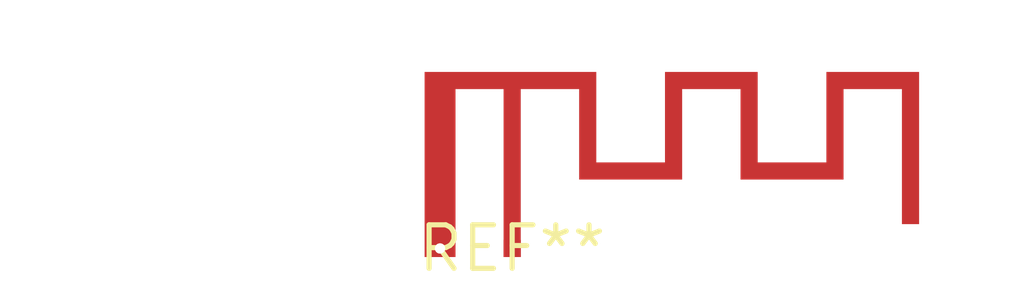
<source format=kicad_pcb>
(kicad_pcb (version 20240108) (generator pcbnew)
  (layers (0 "F.Cu" signal) (31 "B.Cu" signal) (34 "B.Paste" user) (35 "F.Paste" user) (36 "B.SilkS" user "B.Silkscreen") (37 "F.SilkS" user "F.Silkscreen") (38 "B.Mask" user) (39 "F.Mask" user) (44 "Edge.Cuts" user))
  (net 0 "")
  (footprint "Texas_SWRA117D_2.4GHz_Right" (layer "F.Cu") (at 0 0)
    (property "Reference" "REF**")
    (property "Value" "Texas_SWRA117D_2.4GHz_Right")
    (fp_poly (pts (xy 2.45 -2.51) (xy 4.45 -2.51) (xy 4.45 -5.15) (xy 7.15 -5.15) (xy 7.15 -2.51) (xy 9.15 -2.51) (xy 9.15 -5.15) (xy 11.85 -5.15) (xy 11.85 -0.71) (xy 11.35 -0.71) (xy 11.35 -4.65) (xy 9.65 -4.65) (xy 9.65 -2.01) (xy 6.65 -2.01) (xy 6.65 -4.65) (xy 4.95 -4.65) (xy 4.95 -2.01) (xy 1.95 -2.01) (xy 1.95 -4.65) (xy 0.25 -4.65) (xy 0.25 0.25) (xy -0.25 0.25) (xy -0.25 -4.65) (xy -1.65 -4.65) (xy -1.65 0.25) (xy -2.55 0.25) (xy -2.55 0.006785) (xy -2.247583 0.006785) (xy -2.237742 0.054395) (xy -2.213674 0.096797) (xy -2.175731 0.129581) (xy -2.167819 0.133935) (xy -2.125156 0.146043) (xy -2.076637 0.1453) (xy -2.031122 0.1324) (xy -2.012511 0.121787) (xy -1.978868 0.086553) (xy -1.958309 0.041368) (xy -1.951778 -0.008158) (xy -1.960218 -0.056417) (xy -1.977112 -0.088643) (xy -2.012372 -0.121313) (xy -2.057682 -0.141408) (xy -2.107267 -0.147982) (xy -2.155353 -0.140092) (xy -2.188245 -0.123186) (xy -2.223185 -0.086416) (xy -2.242847 -0.041622) (xy -2.247583 0.006785) (xy -2.55 0.006785) (xy -2.55 -5.15) (xy 2.45 -5.15) (xy 2.45 -2.51)) (layer "F.Cu") (fill solid))
    (pad "1" connect rect (at 0 0) (size 0.5 0.5) (layers "F.Cu"))
    (pad "2" thru_hole rect (at -2.1 0) (size 0.9 0.5) (drill 0.3) (layers *.Cu) (remove_unused_layers))
  )
)
</source>
